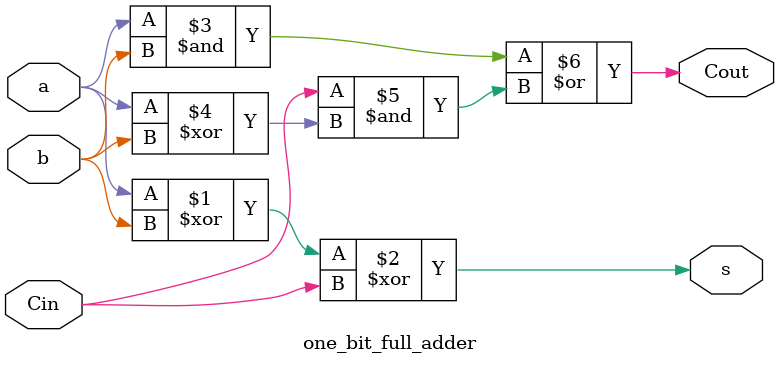
<source format=v>
module one_bit_full_adder ( s, Cout, a, b, Cin );

	input a, b, Cin;
	output Cout, s;

	assign s = a ^ b ^ Cin;
	assign Cout = (a & b) | (Cin & (a ^ b));

endmodule 
</source>
